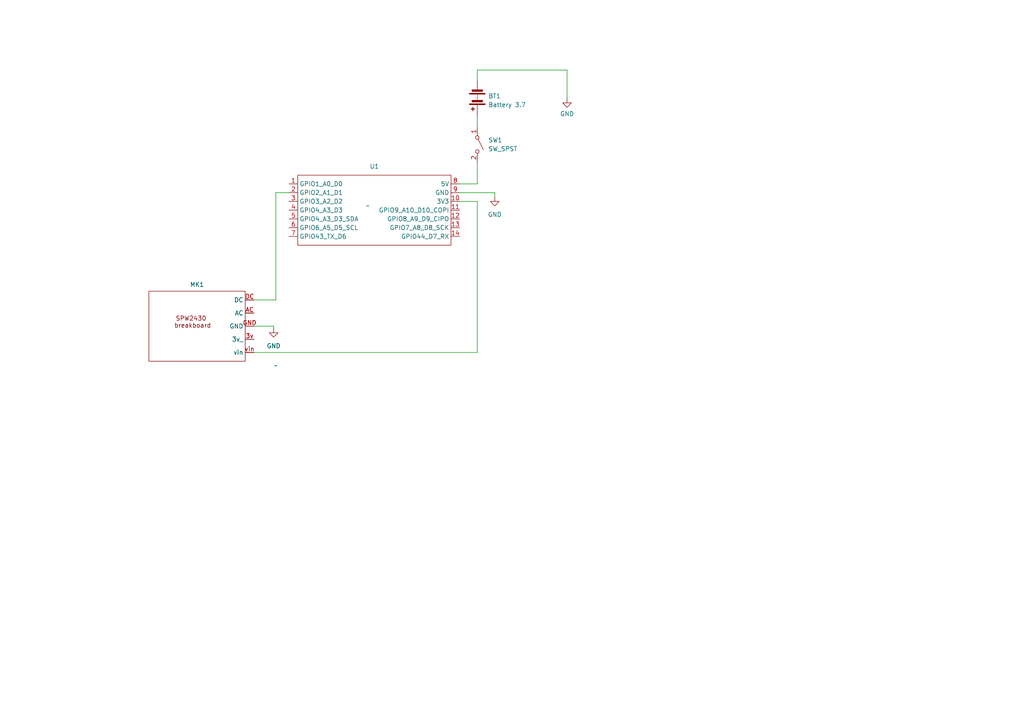
<source format=kicad_sch>
(kicad_sch (version 20230121) (generator eeschema)
  (paper "A4")
  (lib_symbols
    (symbol "Device:Battery" (pin_numbers hide) (pin_names (offset 0) hide)
      (property "Reference" "BT" (at 2.54 2.54 0))
      (property "Value" "Battery" (at 2.54 0 0))
      (symbol "Battery_0_1"
        (rectangle (start -2.286 -1.27) (end 2.286 -1.524) (fill (type outline)))
        (rectangle (start -2.286 1.778) (end 2.286 1.524) (fill (type outline)))
        (rectangle (start -1.524 -2.032) (end 1.524 -2.54) (fill (type outline)))
        (rectangle (start -1.524 1.016) (end 1.524 0.508) (fill (type outline)))
        (polyline (pts (xy 0 -1.016) (xy 0 -0.762)))
        (polyline (pts (xy 0 -0.508) (xy 0 -0.254)))
        (polyline (pts (xy 0 0) (xy 0 0.254)))
        (polyline (pts (xy 0 1.778) (xy 0 2.54)))
        (polyline (pts (xy 0.762 3.048) (xy 1.778 3.048)) (stroke (width 0.254)))
        (polyline (pts (xy 1.27 3.556) (xy 1.27 2.54)) (stroke (width 0.254)))
      )
      (symbol "Battery_1_1"
        (pin passive line (at 0 5.08 270) (length 2.54) (name "+") (number "1"))
        (pin passive line (at 0 -5.08 90) (length 2.54) (name "-") (number "2"))
      )
    )
    (symbol "Switch:SW_SPST" (pin_names (offset 0) hide)
      (property "Reference" "SW" (at 0 3.175 0))
      (property "Value" "SW_SPST" (at 0 -2.54 0))
      (symbol "SW_SPST_0_0"
        (circle (center -2.032 0) (radius 0.508))
        (polyline (pts (xy -1.524 0.254) (xy 1.524 1.778)))
        (circle (center 2.032 0) (radius 0.508))
      )
      (symbol "SW_SPST_1_1"
        (pin passive line (at -5.08 0 0) (length 2.54) (name "A") (number "1"))
        (pin passive line (at 5.08 0 180) (length 2.54) (name "B") (number "2"))
      )
    )
    (symbol "demo:XIAO_ESP32_SENSE"
      (property "Reference" "U" (at 0 0 0))
      (symbol "XIAO_ESP32_SENSE_0_1"
        (polyline (pts (xy -20.32 8.89) (xy -20.32 -11.43) (xy 24.13 -11.43) (xy 24.13 8.89) (xy -20.32 8.89)))
      )
      (symbol "XIAO_ESP32_SENSE_1_1"
        (pin bidirectional line (at -22.86 6.35 0) (length 2.54) (name "GPIO1_A0_D0") (number "1"))
        (pin bidirectional line (at 26.67 1.27 180) (length 2.54) (name "3V3") (number "10"))
        (pin bidirectional line (at 26.67 -1.27 180) (length 2.54) (name "GPIO9_A10_D10_COPI") (number "11"))
        (pin bidirectional line (at 26.67 -3.81 180) (length 2.54) (name "GPIO8_A9_D9_CIPO") (number "12"))
        (pin bidirectional line (at 26.67 -6.35 180) (length 2.54) (name "GPIO7_A8_D8_SCK") (number "13"))
        (pin bidirectional line (at 26.67 -8.89 180) (length 2.54) (name "GPIO44_D7_RX") (number "14"))
        (pin bidirectional line (at -22.86 3.81 0) (length 2.54) (name "GPIO2_A1_D1") (number "2"))
        (pin bidirectional line (at -22.86 1.27 0) (length 2.54) (name "GPIO3_A2_D2") (number "3"))
        (pin bidirectional line (at -22.86 -1.27 0) (length 2.54) (name "GPIO4_A3_D3") (number "4"))
        (pin bidirectional line (at -22.86 -3.81 0) (length 2.54) (name "GPIO4_A3_D3_SDA") (number "5"))
        (pin bidirectional line (at -22.86 -6.35 0) (length 2.54) (name "GPIO6_A5_D5_SCL") (number "6"))
        (pin bidirectional line (at -22.86 -8.89 0) (length 2.54) (name "GPIO43_TX_D6") (number "7"))
        (pin bidirectional line (at 26.67 6.35 180) (length 2.54) (name "5V") (number "8"))
        (pin bidirectional line (at 26.67 3.81 180) (length 2.54) (name "GND") (number "9"))
      )
    )
    (symbol "power:GND" (power) (pin_names (offset 0))
      (property "Value" "GND" (at 0 -3.81 0))
      (symbol "GND_0_1"
        (polyline (pts (xy 0 0) (xy 0 -1.27) (xy 1.27 -1.27) (xy 0 -2.54) (xy -1.27 -1.27) (xy 0 -1.27)))
      )
      (symbol "GND_1_1"
        (pin power_in line (at 0 0 270) (length 0) hide (name "GND") (number "1"))
      )
    )
    (symbol "spw2430_breakout:spw2430_brd"
      (property "Reference" "MK" (at -1.27 5.08 0))
      (symbol "spw2430_brd_0_1"
        (rectangle (start -15.24 11.43) (end 12.7 -8.89))
      )
      (symbol "spw2430_brd_1_1"
        (text "SPW2430 \nbreakboard" (at 0 0 0) (effects (font (size 1.27 1.27))))
        (pin input line (at -17.78 5.08 0) (length 2.54) (name "3v_") (number "3v"))
        (pin input line (at -17.78 -2.54 0) (length 2.54) (name "AC") (number "AC"))
        (pin input line (at -17.78 -6.35 0) (length 2.54) (name "DC") (number "DC"))
        (pin input line (at -17.78 1.27 0) (length 2.54) (name "GND") (number "GND"))
        (pin input line (at -17.78 8.89 0) (length 2.54) (name "vin") (number "vin"))
      )
    )
  )
  (wire (pts (xy 73.66 86.995) (xy 80.01 86.995)))
  (wire (pts (xy 80.01 55.88) (xy 83.82 55.88)))
  (wire (pts (xy 79.375 94.615) (xy 79.375 95.25)))
  (wire (pts (xy 73.66 102.235) (xy 138.43 102.235)))
  (wire (pts (xy 164.465 20.32) (xy 164.465 28.575)))
  (wire (pts (xy 133.35 58.42) (xy 138.43 58.42)))
  (wire (pts (xy 80.01 86.995) (xy 80.01 55.88)))
  (wire (pts (xy 133.35 55.88) (xy 143.51 55.88)))
  (wire (pts (xy 138.43 53.34) (xy 138.43 46.99)))
  (wire (pts (xy 138.43 20.32) (xy 164.465 20.32)))
  (wire (pts (xy 138.43 102.235) (xy 138.43 58.42)))
  (wire (pts (xy 143.51 55.88) (xy 143.51 57.15)))
  (wire (pts (xy 73.66 94.615) (xy 79.375 94.615)))
  (wire (pts (xy 133.35 53.34) (xy 138.43 53.34)))
  (wire (pts (xy 138.43 23.495) (xy 138.43 20.32)))
  (wire (pts (xy 138.43 36.83) (xy 138.43 33.655)))
  (symbol (lib_id "power:GND") (at 143.51 57.15 0) (unit 1)
    (property "Reference" "#PWR01" (effects hide))
    (property "Value" "GND" (at 143.51 62.23 0))
  )
  (symbol (lib_id "Switch:SW_SPST") (at 138.43 41.91 270) (unit 1)
    (property "Reference" "SW1" (at 141.605 40.64 90) (effects (justify left)))
    (property "Value" "SW_SPST" (at 141.605 43.18 90) (effects (justify left)))
    (property "Footprint" "Button_Switch_THT:SW_PUSH_6mm" (effects hide))
  )
  (symbol (lib_id "Device:Battery") (at 138.43 28.575 180) (unit 1)
    (property "Reference" "BT1" (at 141.605 27.8765 0) (effects (justify right)))
    (property "Value" "Battery 3.7" (at 141.605 30.4165 0) (effects (justify right)))
    (property "Footprint" "Connector_JST:JST_PH_B2B-PH-K_1x02_P2.00mm_Vertical" (effects hide))
  )
  (symbol (lib_id "demo:XIAO_ESP32_SENSE") (at 106.68 59.69 0) (unit 1)
    (property "Reference" "U1" (at 108.585 48.26 0))
    (property "Value" "~" (at 106.68 59.69 0))
    (property "Footprint" "Demo:XIAO_ESP32_SENSE" (effects hide))
  )
  (symbol (lib_id "power:GND") (at 164.465 28.575 0) (unit 1)
    (property "Reference" "#PWR03" (effects hide))
    (property "Value" "GND" (at 164.465 33.02 0))
  )
  (symbol (lib_id "power:GND") (at 79.375 95.25 0) (unit 1)
    (property "Reference" "#PWR02" (effects hide))
    (property "Value" "GND" (at 79.375 100.33 0))
  )
  (symbol (lib_id "spw2430_breakout:spw2430_brd") (at 55.88 93.345 180) (unit 1)
    (property "Reference" "MK1" (at 57.15 82.55 0))
    (property "Value" "~" (at 80.01 106.045 0))
    (property "Footprint" "spw-2430-brd:spw-2430-brd" (effects hide))
  )
)
</source>
